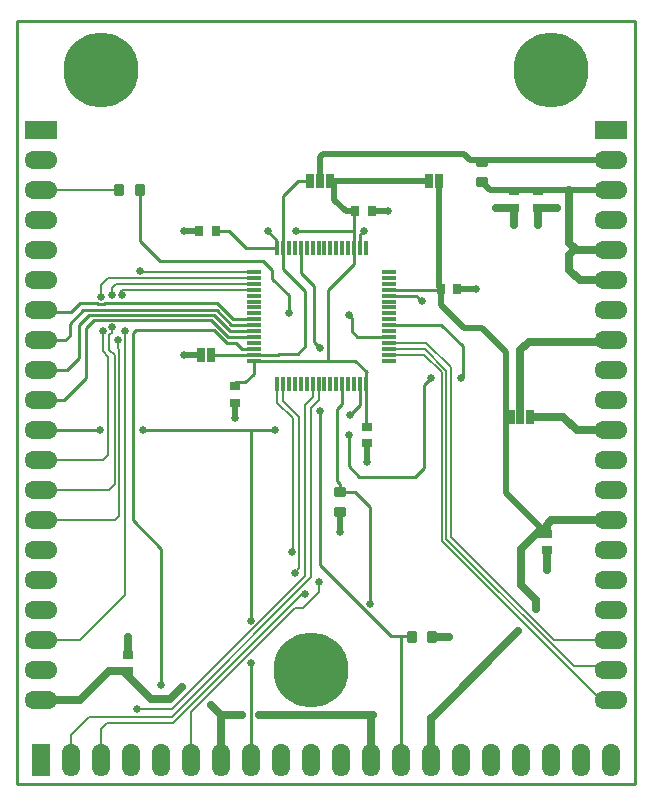
<source format=gtl>
G04 Layer_Physical_Order=1*
G04 Layer_Color=255*
%FSLAX25Y25*%
%MOIN*%
G70*
G01*
G75*
%ADD10R,0.03740X0.02953*%
%ADD11R,0.02500X0.05000*%
%ADD12R,0.02953X0.03740*%
%ADD13R,0.01181X0.04724*%
%ADD14R,0.04724X0.01181*%
G04:AMPARAMS|DCode=15|XSize=39.37mil|YSize=35.43mil|CornerRadius=4.43mil|HoleSize=0mil|Usage=FLASHONLY|Rotation=90.000|XOffset=0mil|YOffset=0mil|HoleType=Round|Shape=RoundedRectangle|*
%AMROUNDEDRECTD15*
21,1,0.03937,0.02657,0,0,90.0*
21,1,0.03051,0.03543,0,0,90.0*
1,1,0.00886,0.01329,0.01526*
1,1,0.00886,0.01329,-0.01526*
1,1,0.00886,-0.01329,-0.01526*
1,1,0.00886,-0.01329,0.01526*
%
%ADD15ROUNDEDRECTD15*%
G04:AMPARAMS|DCode=16|XSize=39.37mil|YSize=35.43mil|CornerRadius=4.43mil|HoleSize=0mil|Usage=FLASHONLY|Rotation=0.000|XOffset=0mil|YOffset=0mil|HoleType=Round|Shape=RoundedRectangle|*
%AMROUNDEDRECTD16*
21,1,0.03937,0.02657,0,0,0.0*
21,1,0.03051,0.03543,0,0,0.0*
1,1,0.00886,0.01526,-0.01329*
1,1,0.00886,-0.01526,-0.01329*
1,1,0.00886,-0.01526,0.01329*
1,1,0.00886,0.01526,0.01329*
%
%ADD16ROUNDEDRECTD16*%
%ADD17C,0.01000*%
%ADD18C,0.02000*%
%ADD19C,0.02500*%
%ADD20C,0.00800*%
%ADD21C,0.25000*%
%ADD22R,0.11000X0.06000*%
%ADD23O,0.11000X0.06000*%
%ADD24R,0.06000X0.11000*%
%ADD25O,0.06000X0.11000*%
%ADD26C,0.02500*%
D10*
X303500Y147744D02*
D03*
Y153256D02*
D03*
X432000Y307756D02*
D03*
Y302244D02*
D03*
X440000Y307756D02*
D03*
Y302244D02*
D03*
X383000Y229256D02*
D03*
Y223744D02*
D03*
X339000Y242756D02*
D03*
Y237244D02*
D03*
X443000Y193500D02*
D03*
Y187988D02*
D03*
D11*
X327878Y253000D02*
D03*
X331122D02*
D03*
X437500Y232500D02*
D03*
X434257D02*
D03*
X431012D02*
D03*
X364257Y311000D02*
D03*
X367500D02*
D03*
X370744D02*
D03*
X403757D02*
D03*
X407000D02*
D03*
D12*
X332756Y294500D02*
D03*
X327244D02*
D03*
X379244Y301000D02*
D03*
X384756D02*
D03*
X407744Y275000D02*
D03*
X413256D02*
D03*
D13*
X382764Y243362D02*
D03*
X380795D02*
D03*
X378827D02*
D03*
X376858D02*
D03*
X374890D02*
D03*
X372921D02*
D03*
X370953D02*
D03*
X368984D02*
D03*
X367016D02*
D03*
X365047D02*
D03*
X363079D02*
D03*
X361110D02*
D03*
X359142D02*
D03*
X357173D02*
D03*
X355205D02*
D03*
X353236D02*
D03*
Y288638D02*
D03*
X355205D02*
D03*
X357173D02*
D03*
X359142D02*
D03*
X361110D02*
D03*
X363079D02*
D03*
X365047D02*
D03*
X367016D02*
D03*
X368984D02*
D03*
X370953D02*
D03*
X372921D02*
D03*
X374890D02*
D03*
X376858D02*
D03*
X378827D02*
D03*
X380795D02*
D03*
X382764D02*
D03*
D14*
X345362Y251236D02*
D03*
Y253205D02*
D03*
Y255173D02*
D03*
Y257142D02*
D03*
Y259110D02*
D03*
Y261079D02*
D03*
Y263047D02*
D03*
Y265016D02*
D03*
Y266984D02*
D03*
Y268953D02*
D03*
Y270921D02*
D03*
Y272890D02*
D03*
Y274858D02*
D03*
Y276827D02*
D03*
Y278795D02*
D03*
Y280764D02*
D03*
X390638D02*
D03*
Y278795D02*
D03*
Y276827D02*
D03*
Y274858D02*
D03*
Y272890D02*
D03*
Y270921D02*
D03*
Y268953D02*
D03*
Y266984D02*
D03*
Y265016D02*
D03*
Y263047D02*
D03*
Y261079D02*
D03*
Y259110D02*
D03*
Y257142D02*
D03*
Y255173D02*
D03*
Y253205D02*
D03*
Y251236D02*
D03*
D15*
X398153Y159000D02*
D03*
X404846D02*
D03*
X307347Y308000D02*
D03*
X300654D02*
D03*
D16*
X374000Y207347D02*
D03*
Y200654D02*
D03*
X421500Y317347D02*
D03*
Y310653D02*
D03*
D17*
X357000Y267000D02*
Y273000D01*
X348500Y284500D02*
X351500Y281500D01*
Y278500D02*
X357000Y273000D01*
X351500Y278500D02*
Y281500D01*
X274500Y228000D02*
X294000D01*
X332166Y266334D02*
X337421Y261079D01*
X287000Y263000D02*
X290334Y266334D01*
X331266Y264734D02*
X336890Y259110D01*
X289500Y262000D02*
X292234Y264734D01*
X331266D01*
X290334Y266334D02*
X332166D01*
X305000Y260500D02*
X306000Y261500D01*
X305000Y198000D02*
Y260500D01*
X288500Y268000D02*
X333000D01*
X284000Y263500D02*
X288500Y268000D01*
X333000D02*
X337953Y263047D01*
X295823Y270500D02*
X333000D01*
X306000Y261500D02*
X332000D01*
X295473Y270150D02*
X295823Y270500D01*
X293527Y270150D02*
X295473D01*
X293177Y270500D02*
X293527Y270150D01*
X287500Y270500D02*
X293177D01*
X339000Y244000D02*
X342500D01*
X370744Y311000D02*
X372245D01*
X360000D02*
X364257D01*
X355205Y306205D02*
X360000Y311000D01*
X344500Y118000D02*
Y150500D01*
X314500Y143000D02*
Y188500D01*
X305000Y198000D02*
X314500Y188500D01*
X344500Y228000D02*
X352500D01*
X308500D02*
X344500D01*
Y164500D02*
Y228000D01*
X414500Y245500D02*
X415000Y246000D01*
Y256000D01*
X407953Y263047D02*
X415000Y256000D01*
X390638Y263047D02*
X407953D01*
X402000Y243000D02*
X404500Y245500D01*
X402000Y215500D02*
Y243000D01*
X399000Y212500D02*
X402000Y215500D01*
X380500Y212500D02*
X399000D01*
X377000Y216000D02*
X380500Y212500D01*
X377000Y216000D02*
Y226500D01*
X307347Y291154D02*
Y308500D01*
Y291154D02*
X314000Y284500D01*
X348500D01*
X377000Y266500D02*
X378000Y265500D01*
Y261000D02*
Y265500D01*
Y261000D02*
X379890Y259110D01*
X390638D01*
X362500Y256000D02*
Y274500D01*
X360000Y253500D02*
X362500Y256000D01*
X353795Y253500D02*
X360000D01*
X353500Y253205D02*
X353795Y253500D01*
X355205Y281795D02*
Y288638D01*
Y281795D02*
X362500Y274500D01*
X361110Y280390D02*
X365500Y276000D01*
Y257500D02*
Y276000D01*
Y257500D02*
X367500Y255500D01*
X361110Y280390D02*
Y288638D01*
X378827Y283500D02*
Y288638D01*
X370000Y251236D02*
X379264D01*
X345362D02*
X370000D01*
Y274673D02*
X378827Y283500D01*
X370000Y251236D02*
Y274673D01*
X378827Y294500D02*
Y300583D01*
Y288638D02*
Y294500D01*
X359500D02*
X378827D01*
X345362Y253205D02*
X353500D01*
X331122Y253000D02*
X331326Y253205D01*
X345362D01*
X332756Y294500D02*
X337000D01*
X342862Y288638D01*
X353236D01*
X342500Y244000D02*
X345362Y246862D01*
Y251236D01*
X382764Y229492D02*
X383000Y229256D01*
X355205Y288638D02*
Y306205D01*
X378827Y300583D02*
X379244Y301000D01*
X407602Y274858D02*
X407744Y275000D01*
X379264Y251236D02*
X383000Y247500D01*
X382764Y247264D02*
X383000Y247500D01*
X382764Y243362D02*
Y247264D01*
Y229492D02*
Y243362D01*
X353236Y288638D02*
Y291264D01*
X350000Y294500D02*
X353236Y291264D01*
X380795Y288638D02*
Y293295D01*
X382000Y294500D01*
X399610Y272890D02*
X401500Y271000D01*
X380795Y236295D02*
Y243362D01*
X377500Y233000D02*
X380795Y236295D01*
X338484Y265016D02*
X345362D01*
X333000Y270500D02*
X338484Y265016D01*
X284500Y267500D02*
X287500Y270500D01*
X275000Y267500D02*
X284500D01*
X274500Y268000D02*
X275000Y267500D01*
X337953Y263047D02*
X345362D01*
X284000Y259500D02*
Y263500D01*
X282500Y258000D02*
X284000Y259500D01*
X274500Y258000D02*
X282500D01*
X337421Y261079D02*
X345362D01*
X287000Y252000D02*
Y263000D01*
X283000Y248000D02*
X287000Y252000D01*
X274500Y248000D02*
X283000D01*
X336890Y259110D02*
X345362D01*
X289500Y245500D02*
Y262000D01*
X282000Y238000D02*
X289500Y245500D01*
X274500Y238000D02*
X282000D01*
X341327Y255173D02*
X345362D01*
X339500Y257000D02*
X341327Y255173D01*
X336500Y257000D02*
X339500D01*
X332000Y261500D02*
X336500Y257000D01*
X374890Y236890D02*
Y243362D01*
X373000Y235000D02*
X374890Y236890D01*
X373000Y211000D02*
Y235000D01*
Y211000D02*
X374000Y210000D01*
Y207347D02*
Y210000D01*
X390638Y274858D02*
X407602D01*
X390638Y272890D02*
X399610D01*
X367500Y183000D02*
Y234500D01*
Y183000D02*
X391000Y159500D01*
X397654D02*
X398153Y159000D01*
X394500Y118000D02*
Y159500D01*
X391000D02*
X394500D01*
X397654D01*
X374000Y207347D02*
X378847D01*
X379000Y207500D01*
X384000Y202500D01*
Y170000D02*
Y202500D01*
X266500Y110000D02*
Y364500D01*
X472500D01*
Y110000D02*
Y364500D01*
X266500Y110000D02*
X472500D01*
D18*
X450500Y308000D02*
X464500D01*
X424154D02*
X450500D01*
X372245Y304755D02*
Y311000D01*
X367500D02*
Y319000D01*
X368500Y320000D01*
X429500Y207000D02*
Y254000D01*
Y207000D02*
X443000Y193500D01*
X421500Y262000D02*
X429500Y254000D01*
X415500Y262000D02*
X421500D01*
X407744Y269756D02*
X415500Y262000D01*
X407744Y269756D02*
Y275000D01*
X372245Y304755D02*
X376000Y301000D01*
X379244D01*
X407000Y275744D02*
X407744Y275000D01*
X407000Y275744D02*
Y311000D01*
X372245D02*
X403757D01*
X421500Y310653D02*
X424154Y308000D01*
X421500Y317347D02*
X422154Y318000D01*
X464500D01*
X420847D02*
X421500Y317347D01*
X417500Y318000D02*
X420847D01*
X415500Y320000D02*
X417500Y318000D01*
X368500Y320000D02*
X415500D01*
X383000Y217500D02*
Y223744D01*
X374000Y194000D02*
Y200654D01*
X339000Y232000D02*
Y237244D01*
X322000Y253000D02*
X327878D01*
X322000Y294500D02*
X327244D01*
X413256Y275000D02*
X419500D01*
X384756Y301000D02*
X390000D01*
D19*
X452000Y288000D02*
X453000D01*
X450500Y290500D02*
Y308000D01*
Y290500D02*
X453000Y288000D01*
X464500D01*
X450500Y286500D02*
X452000Y288000D01*
X450500Y281500D02*
Y286500D01*
Y281500D02*
X454000Y278000D01*
X464500D01*
X295500Y146000D02*
X297244Y147744D01*
X440500Y193500D02*
X443000D01*
X440000Y194000D02*
X440500Y193500D01*
X434500Y188500D02*
X440000Y194000D01*
X434500Y176500D02*
Y188500D01*
Y176500D02*
X439500Y171500D01*
Y168500D02*
Y171500D01*
X303500Y153756D02*
Y159000D01*
X426000Y302000D02*
X426244Y302244D01*
X432000D01*
X446256D02*
X446500Y302000D01*
X440000Y302244D02*
X446256D01*
X440000Y296500D02*
Y302244D01*
X432000Y296500D02*
Y302244D01*
X453000Y228000D02*
X464500D01*
X448500Y232500D02*
X453000Y228000D01*
X437500Y232500D02*
X448500D01*
X464000Y257500D02*
X464500Y258000D01*
X437000Y257500D02*
X464000D01*
X434257Y254757D02*
X437000Y257500D01*
X434257Y232500D02*
Y254757D01*
X443000Y181500D02*
Y187988D01*
X404846Y159000D02*
X410500D01*
X347000Y133000D02*
X385000D01*
X334500D02*
X341500D01*
X331000Y136500D02*
X334500Y133000D01*
X335500D02*
X341500D01*
X334500Y132000D02*
X335500Y133000D01*
X317500Y138500D02*
X321500Y142500D01*
X311000Y138500D02*
X317500D01*
X301756Y147744D02*
X311000Y138500D01*
X297244Y147744D02*
X301756D01*
X287500Y138000D02*
X295500Y146000D01*
X274500Y138000D02*
X287500D01*
X334500Y118000D02*
Y132000D01*
X405000Y132500D02*
X433500Y161000D01*
X404500Y132000D02*
X405000Y132500D01*
X384500D02*
X385000Y133000D01*
X384500Y118000D02*
Y132500D01*
X404500Y118000D02*
Y132000D01*
X443000Y193500D02*
Y196500D01*
X444500Y198000D01*
X464500D01*
D20*
X295000Y254500D02*
X296900Y252600D01*
Y219900D02*
Y252600D01*
X295000Y218000D02*
X296900Y219900D01*
X300000Y255500D02*
X300600Y254900D01*
Y199600D02*
Y254900D01*
X299000Y198000D02*
X300600Y199600D01*
X300000Y255500D02*
Y258000D01*
X297750Y262134D02*
X298000Y261884D01*
Y260500D02*
Y261884D01*
X297250Y254750D02*
Y260000D01*
X297500D02*
X298000Y260500D01*
X297250Y260000D02*
X297500D01*
X297250Y254750D02*
X299000Y253000D01*
Y210000D02*
Y253000D01*
X295000Y254500D02*
Y261000D01*
X306764Y280764D02*
X345362D01*
X302500Y173000D02*
Y261000D01*
X287500Y158000D02*
X302500Y173000D01*
X274500Y218000D02*
X295000D01*
X297000Y208000D02*
X299000Y210000D01*
X274500Y208000D02*
X297000D01*
X274500Y198000D02*
X299000D01*
X274500Y158000D02*
X287500D01*
X301000Y273500D02*
X301500Y273000D01*
X301000Y273500D02*
Y274500D01*
X301358Y274858D01*
X345362D01*
X299327Y276827D02*
X345362D01*
X298000Y275500D02*
X299327Y276827D01*
X298000Y273000D02*
Y275500D01*
X294500Y272500D02*
Y276500D01*
X296795Y278795D01*
X306523D01*
X306568Y278750D01*
X345317D01*
X345362Y278795D01*
X307000Y281000D02*
X307500D01*
X306764Y280764D02*
X307000Y281000D01*
X408000Y191000D02*
X461000Y138000D01*
X409600Y191920D02*
X452000Y149520D01*
X411000Y192500D02*
X445500Y158000D01*
X318182Y135000D02*
X362500Y179318D01*
X306500Y135000D02*
X318182D01*
X318000Y132500D02*
X364500Y179000D01*
X290500Y132500D02*
X318000D01*
X318500Y130500D02*
X362250Y174250D01*
X296500Y130500D02*
X318500D01*
X367000Y174000D02*
Y177500D01*
X361750Y168750D02*
X367000Y174000D01*
X359250Y168750D02*
X361750D01*
X362250Y174250D02*
X363000Y173500D01*
X362500D02*
X363000D01*
X324500Y134000D02*
X359250Y168750D01*
X324500Y118000D02*
Y134000D01*
X294500Y128500D02*
X296500Y130500D01*
X364500Y179000D02*
Y235500D01*
X362500Y179318D02*
Y236500D01*
X358500Y187500D02*
Y232000D01*
X360500Y182000D02*
Y232500D01*
X359000Y180500D02*
X360500Y182000D01*
X355205Y237795D02*
X360500Y232500D01*
X294500Y118000D02*
Y128500D01*
X284500Y118000D02*
Y126500D01*
X290500Y132500D01*
X353236Y237264D02*
X358500Y232000D01*
X353236Y237264D02*
Y243362D01*
X355205Y237795D02*
Y243362D01*
X362500Y236500D02*
X365047Y239047D01*
Y243362D01*
X364500Y235500D02*
X367016Y238016D01*
Y243362D01*
X300153Y308000D02*
X300654Y308500D01*
X274500Y308000D02*
X300153D01*
X390638Y257142D02*
X402858D01*
X411000Y249000D01*
Y192500D02*
Y249000D01*
X445500Y158000D02*
X464500D01*
X390638Y255173D02*
X402327D01*
X409600Y247900D01*
Y191920D02*
Y247900D01*
X452000Y149500D02*
Y149520D01*
Y149500D02*
X463000D01*
X464500Y148000D01*
X390638Y253205D02*
X402295D01*
X408000Y247500D01*
Y191000D02*
Y247500D01*
X461000Y138000D02*
X464500D01*
D21*
X364500Y148000D02*
D03*
X294500Y348000D02*
D03*
X444500D02*
D03*
D22*
X274500Y328000D02*
D03*
X464500D02*
D03*
D23*
X274500Y318000D02*
D03*
Y308000D02*
D03*
Y298000D02*
D03*
Y288000D02*
D03*
Y278000D02*
D03*
Y268000D02*
D03*
Y258000D02*
D03*
Y248000D02*
D03*
Y238000D02*
D03*
Y228000D02*
D03*
Y218000D02*
D03*
Y208000D02*
D03*
Y198000D02*
D03*
Y188000D02*
D03*
Y178000D02*
D03*
Y168000D02*
D03*
Y158000D02*
D03*
Y148000D02*
D03*
Y138000D02*
D03*
X464500Y318000D02*
D03*
Y308000D02*
D03*
Y298000D02*
D03*
Y288000D02*
D03*
Y278000D02*
D03*
Y268000D02*
D03*
Y258000D02*
D03*
Y248000D02*
D03*
Y238000D02*
D03*
Y228000D02*
D03*
Y218000D02*
D03*
Y208000D02*
D03*
Y198000D02*
D03*
Y188000D02*
D03*
Y178000D02*
D03*
Y168000D02*
D03*
Y158000D02*
D03*
Y148000D02*
D03*
Y138000D02*
D03*
D24*
X274500Y118000D02*
D03*
D25*
X284500D02*
D03*
X294500D02*
D03*
X304500D02*
D03*
X314500D02*
D03*
X324500D02*
D03*
X334500D02*
D03*
X344500D02*
D03*
X354500D02*
D03*
X364500D02*
D03*
X374500D02*
D03*
X384500D02*
D03*
X394500D02*
D03*
X404500D02*
D03*
X414500D02*
D03*
X424500D02*
D03*
X434500D02*
D03*
X444500D02*
D03*
X454500D02*
D03*
X464500D02*
D03*
D26*
X294000Y228000D02*
D03*
X298000Y262384D02*
D03*
X302500Y261000D02*
D03*
X295000D02*
D03*
X300000Y258000D02*
D03*
X301500Y273000D02*
D03*
X298000D02*
D03*
X294500Y272500D02*
D03*
X307500Y281000D02*
D03*
X439500Y168500D02*
D03*
X303500Y159000D02*
D03*
X426000Y302000D02*
D03*
X446500D02*
D03*
X440000Y296500D02*
D03*
X432000D02*
D03*
X443000Y181500D02*
D03*
X410500Y159000D02*
D03*
X347000Y133000D02*
D03*
X341500D02*
D03*
X331000Y136500D02*
D03*
X321500Y142500D02*
D03*
X314500Y143000D02*
D03*
X405000Y132500D02*
D03*
X385000Y133000D02*
D03*
X433500Y161000D02*
D03*
X362500Y173500D02*
D03*
X344500Y164500D02*
D03*
Y150500D02*
D03*
X306500Y135000D02*
D03*
X358000Y187500D02*
D03*
X367000Y177500D02*
D03*
X359000Y180500D02*
D03*
X352500Y228000D02*
D03*
X414500Y245500D02*
D03*
X404500D02*
D03*
X377000Y226500D02*
D03*
X308500Y228000D02*
D03*
X357000Y267000D02*
D03*
X377000Y266500D02*
D03*
X383000Y217500D02*
D03*
X374000Y194000D02*
D03*
X339000Y232000D02*
D03*
X322000Y253000D02*
D03*
Y294500D02*
D03*
X419500Y275000D02*
D03*
X390000Y301000D02*
D03*
X350000Y294500D02*
D03*
X359500D02*
D03*
X382000D02*
D03*
X401500Y271000D02*
D03*
X377500Y233000D02*
D03*
X367500Y255500D02*
D03*
Y234500D02*
D03*
X384000Y170000D02*
D03*
M02*

</source>
